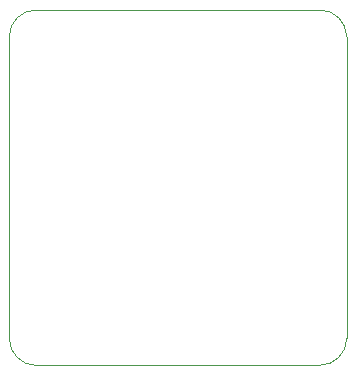
<source format=gm1>
G04 #@! TF.GenerationSoftware,KiCad,Pcbnew,(5.1.4-0-10_14)*
G04 #@! TF.CreationDate,2020-02-13T02:06:37-05:00*
G04 #@! TF.ProjectId,Buck_HighCurrent,4275636b-5f48-4696-9768-43757272656e,rev?*
G04 #@! TF.SameCoordinates,Original*
G04 #@! TF.FileFunction,Profile,NP*
%FSLAX46Y46*%
G04 Gerber Fmt 4.6, Leading zero omitted, Abs format (unit mm)*
G04 Created by KiCad (PCBNEW (5.1.4-0-10_14)) date 2020-02-13 02:06:37*
%MOMM*%
%LPD*%
G04 APERTURE LIST*
%ADD10C,0.120000*%
G04 APERTURE END LIST*
D10*
X93599000Y-111760000D02*
G75*
G02X95885000Y-109474000I2286000J0D01*
G01*
X95885000Y-139573000D02*
G75*
G02X93599000Y-137287000I0J2286000D01*
G01*
X122174000Y-137287000D02*
G75*
G02X119888000Y-139573000I-2286000J0D01*
G01*
X119888000Y-109474000D02*
G75*
G02X122174000Y-111760000I0J-2286000D01*
G01*
X119888000Y-139573000D02*
X95885000Y-139573000D01*
X95885000Y-109474000D02*
X119888000Y-109474000D01*
X93599000Y-137287000D02*
X93599000Y-111760000D01*
X122174000Y-111760000D02*
X122174000Y-137287000D01*
M02*

</source>
